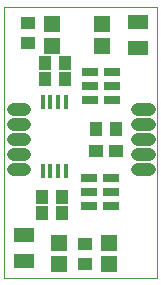
<source format=gts>
G75*
G70*
%OFA0B0*%
%FSLAX24Y24*%
%IPPOS*%
%LPD*%
%AMOC8*
5,1,8,0,0,1.08239X$1,22.5*
%
%ADD10C,0.0000*%
%ADD11R,0.0555X0.0555*%
%ADD12R,0.0670X0.0512*%
%ADD13R,0.0434X0.0473*%
%ADD14R,0.0473X0.0434*%
%ADD15R,0.0178X0.0512*%
%ADD16R,0.0534X0.0316*%
%ADD17C,0.0417*%
D10*
X000900Y000980D02*
X000900Y010035D01*
X006018Y010035D01*
X006018Y000980D01*
X000900Y000980D01*
D11*
X002753Y001459D03*
X002753Y002167D03*
X004406Y002167D03*
X004406Y001459D03*
X004165Y008729D03*
X004165Y009438D03*
X002512Y009438D03*
X002512Y008729D03*
D12*
X005382Y008649D03*
X005382Y009516D03*
X001578Y002434D03*
X001578Y001568D03*
D13*
X002165Y003140D03*
X002165Y003700D03*
X002835Y003700D03*
X002835Y003140D03*
X003965Y005940D03*
X004635Y005940D03*
X002955Y007620D03*
X002955Y008140D03*
X002285Y008140D03*
X002285Y007620D03*
D14*
X001700Y008805D03*
X001700Y009475D03*
X003965Y005220D03*
X004635Y005220D03*
X003620Y002115D03*
X003620Y001445D03*
D15*
X002964Y004548D03*
X002708Y004548D03*
X002452Y004548D03*
X002196Y004548D03*
X002196Y006852D03*
X002452Y006852D03*
X002708Y006852D03*
X002964Y006852D03*
D16*
X003766Y006908D03*
X003766Y007380D03*
X003766Y007852D03*
X004514Y007852D03*
X004514Y007380D03*
X004514Y006908D03*
X004474Y004332D03*
X004474Y003860D03*
X004474Y003388D03*
X003726Y003388D03*
X003726Y003860D03*
X003726Y004332D03*
D17*
X005351Y004620D02*
X005729Y004620D01*
X005729Y005120D02*
X005351Y005120D01*
X005351Y005620D02*
X005729Y005620D01*
X005729Y006120D02*
X005351Y006120D01*
X005351Y006620D02*
X005729Y006620D01*
X001569Y006620D02*
X001191Y006620D01*
X001191Y006120D02*
X001569Y006120D01*
X001569Y005620D02*
X001191Y005620D01*
X001191Y005120D02*
X001569Y005120D01*
X001569Y004620D02*
X001191Y004620D01*
M02*

</source>
